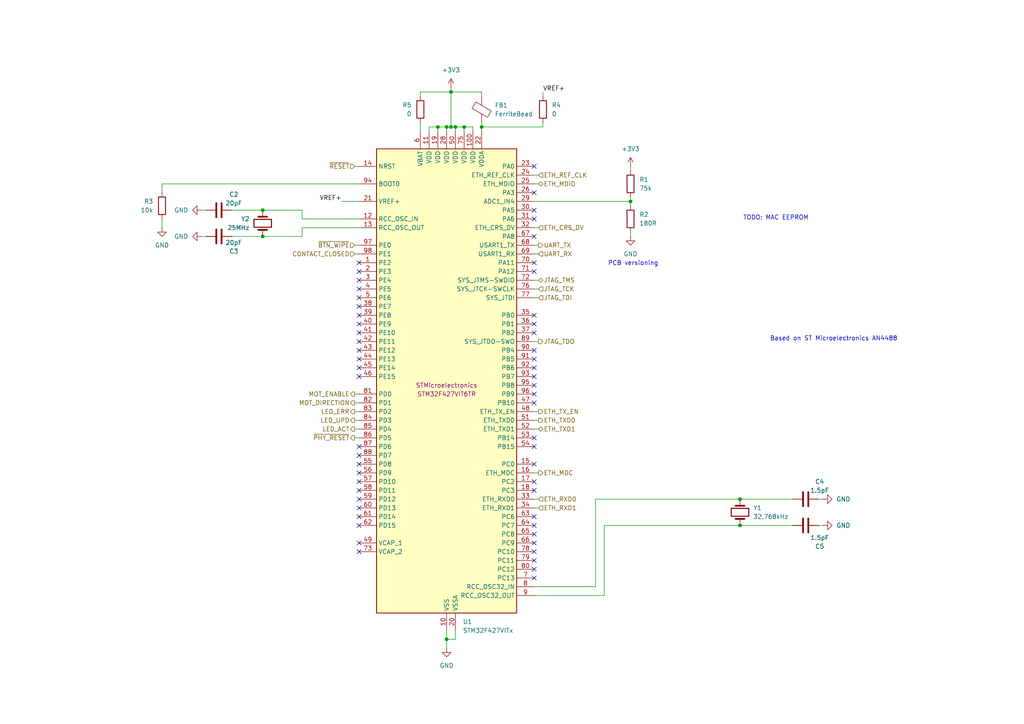
<source format=kicad_sch>
(kicad_sch (version 20250114) (generator "eeschema") (generator_version "9.0")
  (paper "A4")
  (title_block (title "iot-contact"))
  (lib_symbols
    (symbol "Device:C" (pin_numbers (hide yes)) (pin_names (offset 0.254))
      (property "Reference" "C" (at 0.635 2.54 0))
      (property "Value" "C" (at 0.635 -2.54 0))
      (symbol "C_0_1"
        (polyline (pts (xy -2.032 0.762) (xy 2.032 0.762)) (stroke (width 0.508)))
        (polyline (pts (xy -2.032 -0.762) (xy 2.032 -0.762)) (stroke (width 0.508)))
      )
      (symbol "C_1_1"
        (pin passive line (at 0 3.81 270) (length 2.794) (name "~") (number "1"))
        (pin passive line (at 0 -3.81 90) (length 2.794) (name "~") (number "2"))
      )
    )
    (symbol "Device:Crystal" (pin_numbers (hide yes)) (pin_names (offset 1.016) (hide yes))
      (property "Reference" "Y" (at 0 3.81 0))
      (property "Value" "Crystal" (at 0 -3.81 0))
      (symbol "Crystal_0_1"
        (polyline (pts (xy -2.54 0) (xy -1.905 0)))
        (polyline (pts (xy -1.905 -1.27) (xy -1.905 1.27)) (stroke (width 0.508)))
        (rectangle (start -1.143 2.54) (end 1.143 -2.54) (stroke (width 0.3048)))
        (polyline (pts (xy 1.905 -1.27) (xy 1.905 1.27)) (stroke (width 0.508)))
        (polyline (pts (xy 2.54 0) (xy 1.905 0)))
      )
      (symbol "Crystal_1_1"
        (pin passive line (at -3.81 0 0) (length 1.27) (name "1") (number "1"))
        (pin passive line (at 3.81 0 180) (length 1.27) (name "2") (number "2"))
      )
    )
    (symbol "Device:FerriteBead" (pin_numbers (hide yes)) (pin_names (offset 0))
      (property "Reference" "FB" (at -3.81 0.635 90))
      (property "Value" "FerriteBead" (at 3.81 0 90))
      (symbol "FerriteBead_0_1"
        (polyline (pts (xy -2.7686 0.4064) (xy -1.7018 2.2606) (xy 2.7686 -0.3048) (xy 1.6764 -2.159) (xy -2.7686 0.4064)))
        (polyline (pts (xy 0 1.27) (xy 0 1.2954)))
        (polyline (pts (xy 0 -1.27) (xy 0 -1.2192)))
      )
      (symbol "FerriteBead_1_1"
        (pin passive line (at 0 3.81 270) (length 2.54) (name "~") (number "1"))
        (pin passive line (at 0 -3.81 90) (length 2.54) (name "~") (number "2"))
      )
    )
    (symbol "Device:R" (pin_numbers (hide yes)) (pin_names (offset 0))
      (property "Reference" "R" (at 2.032 0 90))
      (property "Value" "R" (at 0 0 90))
      (symbol "R_0_1"
        (rectangle (start -1.016 -2.54) (end 1.016 2.54) (stroke (width 0.254)))
      )
      (symbol "R_1_1"
        (pin passive line (at 0 3.81 270) (length 1.27) (name "~") (number "1"))
        (pin passive line (at 0 -3.81 90) (length 1.27) (name "~") (number "2"))
      )
    )
    (symbol "MCU_ST_STM32F4:STM32F427VITx"
      (property "Reference" "U" (at -20.32 69.85 0))
      (property "Value" "STM32F427VITx" (at 12.7 69.85 0))
      (symbol "STM32F427VITx_0_1"
        (rectangle (start -20.32 -66.04) (end 20.32 68.58) (stroke (width 0.254)) (fill (type background)))
      )
      (symbol "STM32F427VITx_1_1"
        (pin input line (at -25.4 63.5 0) (length 5.08) (name "NRST") (number "14"))
        (pin input line (at -25.4 58.42 0) (length 5.08) (name "BOOT0") (number "94"))
        (pin input line (at -25.4 53.34 0) (length 5.08) (name "VREF+") (number "21"))
        (pin bidirectional line (at -25.4 48.26 0) (length 5.08) (name "PH0") (number "12") (alternate "RCC_OSC_IN" bidirectional line))
        (pin bidirectional line (at -25.4 45.72 0) (length 5.08) (name "PH1") (number "13") (alternate "RCC_OSC_OUT" bidirectional line))
        (pin bidirectional line (at -25.4 40.64 0) (length 5.08) (name "PE0") (number "97"))
        (pin bidirectional line (at -25.4 38.1 0) (length 5.08) (name "PE1") (number "98"))
        (pin bidirectional line (at -25.4 35.56 0) (length 5.08) (name "PE2") (number "1"))
        (pin bidirectional line (at -25.4 33.02 0) (length 5.08) (name "PE3") (number "2"))
        (pin bidirectional line (at -25.4 30.48 0) (length 5.08) (name "PE4") (number "3"))
        (pin bidirectional line (at -25.4 27.94 0) (length 5.08) (name "PE5") (number "4"))
        (pin bidirectional line (at -25.4 25.4 0) (length 5.08) (name "PE6") (number "5"))
        (pin bidirectional line (at -25.4 22.86 0) (length 5.08) (name "PE7") (number "38"))
        (pin bidirectional line (at -25.4 20.32 0) (length 5.08) (name "PE8") (number "39"))
        (pin bidirectional line (at -25.4 17.78 0) (length 5.08) (name "PE9") (number "40"))
        (pin bidirectional line (at -25.4 15.24 0) (length 5.08) (name "PE10") (number "41"))
        (pin bidirectional line (at -25.4 12.7 0) (length 5.08) (name "PE11") (number "42"))
        (pin bidirectional line (at -25.4 10.16 0) (length 5.08) (name "PE12") (number "43"))
        (pin bidirectional line (at -25.4 7.62 0) (length 5.08) (name "PE13") (number "44"))
        (pin bidirectional line (at -25.4 5.08 0) (length 5.08) (name "PE14") (number "45"))
        (pin bidirectional line (at -25.4 2.54 0) (length 5.08) (name "PE15") (number "46"))
        (pin bidirectional line (at -25.4 -2.54 0) (length 5.08) (name "PD0") (number "81"))
        (pin bidirectional line (at -25.4 -5.08 0) (length 5.08) (name "PD1") (number "82"))
        (pin bidirectional line (at -25.4 -7.62 0) (length 5.08) (name "PD2") (number "83"))
        (pin bidirectional line (at -25.4 -10.16 0) (length 5.08) (name "PD3") (number "84"))
        (pin bidirectional line (at -25.4 -12.7 0) (length 5.08) (name "PD4") (number "85"))
        (pin bidirectional line (at -25.4 -15.24 0) (length 5.08) (name "PD5") (number "86"))
        (pin bidirectional line (at -25.4 -17.78 0) (length 5.08) (name "PD6") (number "87"))
        (pin bidirectional line (at -25.4 -20.32 0) (length 5.08) (name "PD7") (number "88"))
        (pin bidirectional line (at -25.4 -22.86 0) (length 5.08) (name "PD8") (number "55"))
        (pin bidirectional line (at -25.4 -25.4 0) (length 5.08) (name "PD9") (number "56"))
        (pin bidirectional line (at -25.4 -27.94 0) (length 5.08) (name "PD10") (number "57"))
        (pin bidirectional line (at -25.4 -30.48 0) (length 5.08) (name "PD11") (number "58"))
        (pin bidirectional line (at -25.4 -33.02 0) (length 5.08) (name "PD12") (number "59"))
        (pin bidirectional line (at -25.4 -35.56 0) (length 5.08) (name "PD13") (number "60"))
        (pin bidirectional line (at -25.4 -38.1 0) (length 5.08) (name "PD14") (number "61"))
        (pin bidirectional line (at -25.4 -40.64 0) (length 5.08) (name "PD15") (number "62"))
        (pin power_out line (at -25.4 -45.72 0) (length 5.08) (name "VCAP_1") (number "49"))
        (pin power_out line (at -25.4 -48.26 0) (length 5.08) (name "VCAP_2") (number "73"))
        (pin power_in line (at -7.62 73.66 270) (length 5.08) (name "VBAT") (number "6"))
        (pin power_in line (at -5.08 73.66 270) (length 5.08) (name "VDD") (number "11"))
        (pin power_in line (at -2.54 73.66 270) (length 5.08) (name "VDD") (number "19"))
        (pin power_in line (at 0 73.66 270) (length 5.08) (name "VDD") (number "28"))
        (pin power_in line (at 0 -71.12 90) (length 5.08) (name "VSS") (number "10"))
        (pin passive line (at 0 -71.12 90) (length 5.08) (hide yes) (name "VSS") (number "27"))
        (pin passive line (at 0 -71.12 90) (length 5.08) (hide yes) (name "VSS") (number "74"))
        (pin passive line (at 0 -71.12 90) (length 5.08) (hide yes) (name "VSS") (number "99"))
        (pin power_in line (at 2.54 73.66 270) (length 5.08) (name "VDD") (number "50"))
        (pin power_in line (at 2.54 -71.12 90) (length 5.08) (name "VSSA") (number "20"))
        (pin power_in line (at 5.08 73.66 270) (length 5.08) (name "VDD") (number "75"))
        (pin power_in line (at 7.62 73.66 270) (length 5.08) (name "VDD") (number "100"))
        (pin power_in line (at 10.16 73.66 270) (length 5.08) (name "VDDA") (number "22"))
        (pin bidirectional line (at 25.4 63.5 180) (length 5.08) (name "PA0") (number "23"))
        (pin bidirectional line (at 25.4 60.96 180) (length 5.08) (name "PA1") (number "24") (alternate "ETH_REF_CLK" bidirectional line))
        (pin bidirectional line (at 25.4 58.42 180) (length 5.08) (name "PA2") (number "25") (alternate "ETH_MDIO" bidirectional line))
        (pin bidirectional line (at 25.4 55.88 180) (length 5.08) (name "PA3") (number "26"))
        (pin bidirectional line (at 25.4 53.34 180) (length 5.08) (name "PA4") (number "29") (alternate "ADC1_IN4" bidirectional line))
        (pin bidirectional line (at 25.4 50.8 180) (length 5.08) (name "PA5") (number "30"))
        (pin bidirectional line (at 25.4 48.26 180) (length 5.08) (name "PA6") (number "31"))
        (pin bidirectional line (at 25.4 45.72 180) (length 5.08) (name "PA7") (number "32") (alternate "ETH_CRS_DV" bidirectional line))
        (pin bidirectional line (at 25.4 43.18 180) (length 5.08) (name "PA8") (number "67"))
        (pin bidirectional line (at 25.4 40.64 180) (length 5.08) (name "PA9") (number "68") (alternate "USART1_TX" bidirectional line))
        (pin bidirectional line (at 25.4 38.1 180) (length 5.08) (name "PA10") (number "69") (alternate "USART1_RX" bidirectional line))
        (pin bidirectional line (at 25.4 35.56 180) (length 5.08) (name "PA11") (number "70"))
        (pin bidirectional line (at 25.4 33.02 180) (length 5.08) (name "PA12") (number "71"))
        (pin bidirectional line (at 25.4 30.48 180) (length 5.08) (name "PA13") (number "72") (alternate "SYS_JTMS-SWDIO" bidirectional line))
        (pin bidirectional line (at 25.4 27.94 180) (length 5.08) (name "PA14") (number "76") (alternate "SYS_JTCK-SWCLK" bidirectional line))
        (pin bidirectional line (at 25.4 25.4 180) (length 5.08) (name "PA15") (number "77") (alternate "SYS_JTDI" bidirectional line))
        (pin bidirectional line (at 25.4 20.32 180) (length 5.08) (name "PB0") (number "35"))
        (pin bidirectional line (at 25.4 17.78 180) (length 5.08) (name "PB1") (number "36"))
        (pin bidirectional line (at 25.4 15.24 180) (length 5.08) (name "PB2") (number "37"))
        (pin bidirectional line (at 25.4 12.7 180) (length 5.08) (name "PB3") (number "89") (alternate "SYS_JTDO-SWO" bidirectional line))
        (pin bidirectional line (at 25.4 10.16 180) (length 5.08) (name "PB4") (number "90"))
        (pin bidirectional line (at 25.4 7.62 180) (length 5.08) (name "PB5") (number "91"))
        (pin bidirectional line (at 25.4 5.08 180) (length 5.08) (name "PB6") (number "92") (alternate "USART1_TX" bidirectional line))
        (pin bidirectional line (at 25.4 2.54 180) (length 5.08) (name "PB7") (number "93") (alternate "USART1_RX" bidirectional line))
        (pin bidirectional line (at 25.4 0 180) (length 5.08) (name "PB8") (number "95"))
        (pin bidirectional line (at 25.4 -2.54 180) (length 5.08) (name "PB9") (number "96"))
        (pin bidirectional line (at 25.4 -5.08 180) (length 5.08) (name "PB10") (number "47"))
        (pin bidirectional line (at 25.4 -7.62 180) (length 5.08) (name "PB11") (number "48") (alternate "ETH_TX_EN" bidirectional line))
        (pin bidirectional line (at 25.4 -10.16 180) (length 5.08) (name "PB12") (number "51") (alternate "ETH_TXD0" bidirectional line))
        (pin bidirectional line (at 25.4 -12.7 180) (length 5.08) (name "PB13") (number "52") (alternate "ETH_TXD1" bidirectional line))
        (pin bidirectional line (at 25.4 -15.24 180) (length 5.08) (name "PB14") (number "53"))
        (pin bidirectional line (at 25.4 -17.78 180) (length 5.08) (name "PB15") (number "54"))
        (pin bidirectional line (at 25.4 -22.86 180) (length 5.08) (name "PC0") (number "15"))
        (pin bidirectional line (at 25.4 -25.4 180) (length 5.08) (name "PC1") (number "16") (alternate "ETH_MDC" bidirectional line))
        (pin bidirectional line (at 25.4 -27.94 180) (length 5.08) (name "PC2") (number "17"))
        (pin bidirectional line (at 25.4 -30.48 180) (length 5.08) (name "PC3") (number "18"))
        (pin bidirectional line (at 25.4 -33.02 180) (length 5.08) (name "PC4") (number "33") (alternate "ETH_RXD0" bidirectional line))
        (pin bidirectional line (at 25.4 -35.56 180) (length 5.08) (name "PC5") (number "34") (alternate "ETH_RXD1" bidirectional line))
        (pin bidirectional line (at 25.4 -38.1 180) (length 5.08) (name "PC6") (number "63"))
        (pin bidirectional line (at 25.4 -40.64 180) (length 5.08) (name "PC7") (number "64"))
        (pin bidirectional line (at 25.4 -43.18 180) (length 5.08) (name "PC8") (number "65"))
        (pin bidirectional line (at 25.4 -45.72 180) (length 5.08) (name "PC9") (number "66"))
        (pin bidirectional line (at 25.4 -48.26 180) (length 5.08) (name "PC10") (number "78"))
        (pin bidirectional line (at 25.4 -50.8 180) (length 5.08) (name "PC11") (number "79"))
        (pin bidirectional line (at 25.4 -53.34 180) (length 5.08) (name "PC12") (number "80"))
        (pin bidirectional line (at 25.4 -55.88 180) (length 5.08) (name "PC13") (number "7"))
        (pin bidirectional line (at 25.4 -58.42 180) (length 5.08) (name "PC14") (number "8") (alternate "RCC_OSC32_IN" bidirectional line))
        (pin bidirectional line (at 25.4 -60.96 180) (length 5.08) (name "PC15") (number "9") (alternate "RCC_OSC32_OUT" bidirectional line))
      )
    )
    (symbol "power:+3V3" (power) (pin_numbers (hide yes)) (pin_names (offset 0) (hide yes))
      (property "Value" "+3V3" (at 0 3.556 0))
      (symbol "+3V3_0_1"
        (polyline (pts (xy -0.762 1.27) (xy 0 2.54)))
        (polyline (pts (xy 0 2.54) (xy 0.762 1.27)))
        (polyline (pts (xy 0 0) (xy 0 2.54)))
      )
      (symbol "+3V3_1_1"
        (pin power_in line (at 0 0 90) (length 0) (name "~") (number "1"))
      )
    )
    (symbol "power:GND" (power) (pin_numbers (hide yes)) (pin_names (offset 0) (hide yes))
      (property "Value" "GND" (at 0 -3.81 0))
      (symbol "GND_0_1"
        (polyline (pts (xy 0 0) (xy 0 -1.27) (xy 1.27 -1.27) (xy 0 -2.54) (xy -1.27 -1.27) (xy 0 -1.27)))
      )
      (symbol "GND_1_1"
        (pin power_in line (at 0 0 270) (length 0) (name "~") (number "1"))
      )
    )
  )
  (text "PCB versioning" (at 183.642 76.454 0) (effects (font (size 1.27 1.27))))
  (text "Based on ST Microelectronics AN4488" (at 241.808 98.298 0) (effects (font (size 1.27 1.27))))
  (text "TODO: MAC EEPROM" (at 225.044 63.246 0) (effects (font (size 1.27 1.27))))
  (junction (at 130.81 26.67))
  (junction (at 129.54 185.42))
  (junction (at 132.08 36.83))
  (junction (at 76.2 68.58))
  (junction (at 214.63 144.78))
  (junction (at 139.7 36.83))
  (junction (at 214.63 152.4))
  (junction (at 129.54 36.83))
  (junction (at 130.81 36.83))
  (junction (at 182.88 58.42))
  (junction (at 127 36.83))
  (junction (at 134.62 36.83))
  (junction (at 76.2 60.96))
  (no_connect (at 154.94 149.86))
  (no_connect (at 104.14 88.9))
  (no_connect (at 104.14 152.4))
  (no_connect (at 154.94 114.3))
  (no_connect (at 154.94 109.22))
  (no_connect (at 154.94 142.24))
  (no_connect (at 104.14 160.02))
  (no_connect (at 154.94 167.64))
  (no_connect (at 104.14 149.86))
  (no_connect (at 104.14 132.08))
  (no_connect (at 104.14 142.24))
  (no_connect (at 154.94 139.7))
  (no_connect (at 154.94 127))
  (no_connect (at 104.14 101.6))
  (no_connect (at 154.94 76.2))
  (no_connect (at 154.94 96.52))
  (no_connect (at 104.14 91.44))
  (no_connect (at 154.94 129.54))
  (no_connect (at 104.14 144.78))
  (no_connect (at 154.94 55.88))
  (no_connect (at 104.14 137.16))
  (no_connect (at 104.14 81.28))
  (no_connect (at 104.14 139.7))
  (no_connect (at 104.14 109.22))
  (no_connect (at 154.94 78.74))
  (no_connect (at 154.94 91.44))
  (no_connect (at 104.14 134.62))
  (no_connect (at 154.94 134.62))
  (no_connect (at 104.14 76.2))
  (no_connect (at 104.14 157.48))
  (no_connect (at 154.94 106.68))
  (no_connect (at 154.94 162.56))
  (no_connect (at 104.14 93.98))
  (no_connect (at 154.94 157.48))
  (no_connect (at 154.94 93.98))
  (no_connect (at 154.94 60.96))
  (no_connect (at 154.94 104.14))
  (no_connect (at 154.94 101.6))
  (no_connect (at 104.14 147.32))
  (no_connect (at 154.94 63.5))
  (no_connect (at 104.14 86.36))
  (no_connect (at 104.14 83.82))
  (no_connect (at 104.14 104.14))
  (no_connect (at 154.94 160.02))
  (no_connect (at 154.94 68.58))
  (no_connect (at 154.94 154.94))
  (no_connect (at 154.94 48.26))
  (no_connect (at 154.94 111.76))
  (no_connect (at 154.94 165.1))
  (no_connect (at 104.14 129.54))
  (no_connect (at 104.14 78.74))
  (no_connect (at 104.14 106.68))
  (no_connect (at 104.14 96.52))
  (no_connect (at 154.94 152.4))
  (no_connect (at 154.94 116.84))
  (no_connect (at 104.14 99.06))
  (wire (pts (xy 134.62 38.1) (xy 134.62 36.83)))
  (wire (pts (xy 154.94 50.8) (xy 156.21 50.8)))
  (wire (pts (xy 46.99 63.5) (xy 46.99 66.04)))
  (wire (pts (xy 154.94 119.38) (xy 156.21 119.38)))
  (wire (pts (xy 127 36.83) (xy 127 38.1)))
  (wire (pts (xy 102.87 127) (xy 104.14 127)))
  (wire (pts (xy 137.16 36.83) (xy 134.62 36.83)))
  (wire (pts (xy 132.08 182.88) (xy 132.08 185.42)))
  (wire (pts (xy 175.26 152.4) (xy 175.26 172.72)))
  (wire (pts (xy 175.26 172.72) (xy 154.94 172.72)))
  (wire (pts (xy 157.48 36.83) (xy 139.7 36.83)))
  (wire (pts (xy 172.72 170.18) (xy 172.72 144.78)))
  (wire (pts (xy 58.42 68.58) (xy 59.69 68.58)))
  (wire (pts (xy 137.16 38.1) (xy 137.16 36.83)))
  (wire (pts (xy 182.88 57.15) (xy 182.88 58.42)))
  (wire (pts (xy 154.94 99.06) (xy 156.21 99.06)))
  (wire (pts (xy 182.88 67.31) (xy 182.88 68.58)))
  (wire (pts (xy 154.94 58.42) (xy 182.88 58.42)))
  (wire (pts (xy 87.63 68.58) (xy 76.2 68.58)))
  (wire (pts (xy 237.49 152.4) (xy 238.76 152.4)))
  (wire (pts (xy 99.06 58.42) (xy 104.14 58.42)))
  (wire (pts (xy 154.94 73.66) (xy 156.21 73.66)))
  (wire (pts (xy 87.63 66.04) (xy 87.63 68.58)))
  (wire (pts (xy 139.7 36.83) (xy 139.7 38.1)))
  (wire (pts (xy 154.94 137.16) (xy 156.21 137.16)))
  (wire (pts (xy 214.63 144.78) (xy 229.87 144.78)))
  (wire (pts (xy 130.81 26.67) (xy 130.81 25.4)))
  (wire (pts (xy 129.54 38.1) (xy 129.54 36.83)))
  (wire (pts (xy 102.87 48.26) (xy 104.14 48.26)))
  (wire (pts (xy 154.94 124.46) (xy 156.21 124.46)))
  (wire (pts (xy 124.46 36.83) (xy 124.46 38.1)))
  (wire (pts (xy 67.31 68.58) (xy 76.2 68.58)))
  (wire (pts (xy 58.42 60.96) (xy 59.69 60.96)))
  (wire (pts (xy 104.14 66.04) (xy 87.63 66.04)))
  (wire (pts (xy 139.7 27.94) (xy 139.7 26.67)))
  (wire (pts (xy 102.87 73.66) (xy 104.14 73.66)))
  (wire (pts (xy 157.48 26.67) (xy 157.48 27.94)))
  (wire (pts (xy 129.54 36.83) (xy 130.81 36.83)))
  (wire (pts (xy 130.81 36.83) (xy 132.08 36.83)))
  (wire (pts (xy 139.7 35.56) (xy 139.7 36.83)))
  (wire (pts (xy 132.08 36.83) (xy 132.08 38.1)))
  (wire (pts (xy 182.88 48.26) (xy 182.88 49.53)))
  (wire (pts (xy 154.94 170.18) (xy 172.72 170.18)))
  (wire (pts (xy 157.48 35.56) (xy 157.48 36.83)))
  (wire (pts (xy 154.94 86.36) (xy 156.21 86.36)))
  (wire (pts (xy 127 36.83) (xy 124.46 36.83)))
  (wire (pts (xy 102.87 121.92) (xy 104.14 121.92)))
  (wire (pts (xy 154.94 81.28) (xy 156.21 81.28)))
  (wire (pts (xy 67.31 60.96) (xy 76.2 60.96)))
  (wire (pts (xy 102.87 124.46) (xy 104.14 124.46)))
  (wire (pts (xy 134.62 36.83) (xy 132.08 36.83)))
  (wire (pts (xy 154.94 144.78) (xy 156.21 144.78)))
  (wire (pts (xy 237.49 144.78) (xy 238.76 144.78)))
  (wire (pts (xy 102.87 114.3) (xy 104.14 114.3)))
  (wire (pts (xy 121.92 27.94) (xy 121.92 26.67)))
  (wire (pts (xy 139.7 26.67) (xy 130.81 26.67)))
  (wire (pts (xy 46.99 55.88) (xy 46.99 53.34)))
  (wire (pts (xy 182.88 58.42) (xy 182.88 59.69)))
  (wire (pts (xy 121.92 26.67) (xy 130.81 26.67)))
  (wire (pts (xy 104.14 63.5) (xy 87.63 63.5)))
  (wire (pts (xy 154.94 147.32) (xy 156.21 147.32)))
  (wire (pts (xy 172.72 144.78) (xy 214.63 144.78)))
  (wire (pts (xy 46.99 53.34) (xy 104.14 53.34)))
  (wire (pts (xy 129.54 185.42) (xy 129.54 187.96)))
  (wire (pts (xy 129.54 182.88) (xy 129.54 185.42)))
  (wire (pts (xy 87.63 63.5) (xy 87.63 60.96)))
  (wire (pts (xy 214.63 152.4) (xy 229.87 152.4)))
  (wire (pts (xy 154.94 66.04) (xy 156.21 66.04)))
  (wire (pts (xy 130.81 36.83) (xy 130.81 26.67)))
  (wire (pts (xy 154.94 83.82) (xy 156.21 83.82)))
  (wire (pts (xy 102.87 71.12) (xy 104.14 71.12)))
  (wire (pts (xy 154.94 121.92) (xy 156.21 121.92)))
  (wire (pts (xy 154.94 71.12) (xy 156.21 71.12)))
  (wire (pts (xy 121.92 35.56) (xy 121.92 38.1)))
  (wire (pts (xy 154.94 53.34) (xy 156.21 53.34)))
  (wire (pts (xy 87.63 60.96) (xy 76.2 60.96)))
  (wire (pts (xy 129.54 36.83) (xy 127 36.83)))
  (wire (pts (xy 214.63 152.4) (xy 175.26 152.4)))
  (wire (pts (xy 102.87 116.84) (xy 104.14 116.84)))
  (wire (pts (xy 132.08 185.42) (xy 129.54 185.42)))
  (wire (pts (xy 102.87 119.38) (xy 104.14 119.38)))
  (label "VREF+" (at 157.48 26.67 0))
  (label "VREF+" (at 99.06 58.42 180))
  (hierarchical_label "~{RESET}" (shape input) (at 102.87 48.26 180))
  (hierarchical_label "ETH_REF_CLK" (shape input) (at 156.21 50.8 0))
  (hierarchical_label "MOT_ENABLE" (shape output) (at 102.87 114.3 180))
  (hierarchical_label "UART_TX" (shape output) (at 156.21 71.12 0))
  (hierarchical_label "ETH_TXD1" (shape bidirectional) (at 156.21 124.46 0))
  (hierarchical_label "LED_UPD" (shape output) (at 102.87 121.92 180))
  (hierarchical_label "JTAG_TMS" (shape bidirectional) (at 156.21 81.28 0))
  (hierarchical_label "~{BTN_WIPE}" (shape input) (at 102.87 71.12 180))
  (hierarchical_label "JTAG_TDI" (shape input) (at 156.21 86.36 0))
  (hierarchical_label "LED_ACT" (shape output) (at 102.87 124.46 180))
  (hierarchical_label "MOT_DIRECTION" (shape output) (at 102.87 116.84 180))
  (hierarchical_label "ETH_RXD1" (shape input) (at 156.21 147.32 0))
  (hierarchical_label "JTAG_TCK" (shape input) (at 156.21 83.82 0))
  (hierarchical_label "ETH_CRS_DV" (shape input) (at 156.21 66.04 0))
  (hierarchical_label "ETH_TXD0" (shape output) (at 156.21 121.92 0))
  (hierarchical_label "ETH_TX_EN" (shape output) (at 156.21 119.38 0))
  (hierarchical_label "ETH_RXD0" (shape input) (at 156.21 144.78 0))
  (hierarchical_label "JTAG_TDO" (shape output) (at 156.21 99.06 0))
  (hierarchical_label "ETH_MDIO" (shape bidirectional) (at 156.21 53.34 0))
  (hierarchical_label "LED_ERR" (shape output) (at 102.87 119.38 180))
  (hierarchical_label "~{PHY_RESET}" (shape output) (at 102.87 127 180))
  (hierarchical_label "UART_RX" (shape input) (at 156.21 73.66 0))
  (hierarchical_label "ETH_MDC" (shape output) (at 156.21 137.16 0))
  (hierarchical_label "CONTACT_CLOSED" (shape input) (at 102.87 73.66 180))
  (symbol (lib_id "Device:C") (at 63.5 60.96 90) (unit 1)
    (property "Reference" "C2" (at 67.818 56.388 90))
    (property "Value" "20pF" (at 67.818 58.928 90))
    (property "Description" "Unpolarized capacitor" (effects (hide yes)))
  )
  (symbol (lib_id "Device:R") (at 182.88 63.5 0) (unit 1)
    (property "Reference" "R2" (at 185.42 62.2299 0) (effects (justify left)))
    (property "Value" "180R" (at 185.42 64.7699 0) (effects (justify left)))
    (property "Description" "Resistor" (effects (hide yes)))
  )
  (symbol (lib_id "Device:R") (at 46.99 59.69 0) (mirror y) (unit 1)
    (property "Reference" "R3" (at 44.45 58.4199 0) (effects (justify left)))
    (property "Value" "10k" (at 44.45 60.9599 0) (effects (justify left)))
    (property "Description" "Resistor" (effects (hide yes)))
  )
  (symbol (lib_id "power:GND") (at 58.42 68.58 270) (unit 1)
    (property "Reference" "#PWR016" (effects (hide yes)))
    (property "Value" "GND" (at 54.61 68.5799 90) (effects (justify right)))
    (property "Description" "Power symbol creates a global label with name \"GND\" , ground" (effects (hide yes)))
  )
  (symbol (lib_id "Device:R") (at 182.88 53.34 0) (unit 1)
    (property "Reference" "R1" (at 185.42 52.0699 0) (effects (justify left)))
    (property "Value" "75k" (at 185.42 54.6099 0) (effects (justify left)))
    (property "Description" "Resistor" (effects (hide yes)))
  )
  (symbol (lib_id "power:+3V3") (at 130.81 25.4 0) (unit 1)
    (property "Reference" "#PWR012" (effects (hide yes)))
    (property "Value" "+3V3" (at 130.81 20.32 0))
    (property "Description" "Power symbol creates a global label with name \"+3V3\"" (effects (hide yes)))
  )
  (symbol (lib_id "MCU_ST_STM32F4:STM32F427VITx") (at 129.54 111.76 0) (unit 1)
    (property "Reference" "U1" (at 134.2233 180.34 0) (effects (justify left)))
    (property "Value" "STM32F427VITx" (at 134.2233 182.88 0) (effects (justify left)))
    (property "Footprint" "Package_QFP:LQFP-100_14x14mm_P0.5mm" (effects (hide yes)))
    (property "Datasheet" "https://www.st.com/resource/en/datasheet/stm32f427vi.pdf" (effects (hide yes)))
    (property "Description" "STMicroelectronics Arm Cortex-M4 MCU, 2048KB flash, 256KB RAM, 180 MHz, 1.8-3.6V, 82 GPIO, LQFP100" (effects (hide yes)))
    (property "MPN" "STM32F427VIT6TR" (at 129.54 114.3 0))
    (property "Manufacturer" "STMicroelectronics" (at 129.54 111.76 0))
    (pin "48" (alternate "ETH_TX_EN"))
    (pin "9" (alternate "RCC_OSC32_OUT"))
    (pin "8" (alternate "RCC_OSC32_IN"))
    (pin "76" (alternate "SYS_JTCK-SWCLK"))
    (pin "32" (alternate "ETH_CRS_DV"))
    (pin "77" (alternate "SYS_JTDI"))
    (pin "68" (alternate "USART1_TX"))
    (pin "72" (alternate "SYS_JTMS-SWDIO"))
    (pin "69" (alternate "USART1_RX"))
    (pin "33" (alternate "ETH_RXD0"))
    (pin "12" (alternate "RCC_OSC_IN"))
    (pin "13" (alternate "RCC_OSC_OUT"))
    (pin "52" (alternate "ETH_TXD1"))
    (pin "51" (alternate "ETH_TXD0"))
    (pin "89" (alternate "SYS_JTDO-SWO"))
    (pin "25" (alternate "ETH_MDIO"))
    (pin "24" (alternate "ETH_REF_CLK"))
    (pin "34" (alternate "ETH_RXD1"))
    (pin "29" (alternate "ADC1_IN4"))
    (pin "16" (alternate "ETH_MDC"))
  )
  (symbol (lib_id "Device:C") (at 233.68 144.78 90) (unit 1)
    (property "Reference" "C4" (at 237.744 139.7 90))
    (property "Value" "1.5pF" (at 237.744 142.24 90))
    (property "Description" "Unpolarized capacitor" (effects (hide yes)))
  )
  (symbol (lib_id "power:GND") (at 58.42 60.96 270) (unit 1)
    (property "Reference" "#PWR015" (effects (hide yes)))
    (property "Value" "GND" (at 54.61 60.9599 90) (effects (justify right)))
    (property "Description" "Power symbol creates a global label with name \"GND\" , ground" (effects (hide yes)))
  )
  (symbol (lib_id "Device:Crystal") (at 214.63 148.59 90) (unit 1)
    (property "Reference" "Y1" (at 218.44 147.3199 90) (effects (justify right)))
    (property "Value" "32.768kHz" (at 218.44 149.8599 90) (effects (justify right)))
    (property "Description" "Two pin crystal" (effects (hide yes)))
  )
  (symbol (lib_id "power:GND") (at 46.99 66.04 0) (unit 1)
    (property "Reference" "#PWR014" (effects (hide yes)))
    (property "Value" "GND" (at 46.99 71.12 0))
    (property "Description" "Power symbol creates a global label with name \"GND\" , ground" (effects (hide yes)))
  )
  (symbol (lib_id "Device:R") (at 121.92 31.75 0) (mirror y) (unit 1)
    (property "Reference" "R5" (at 119.38 30.4799 0) (effects (justify left)))
    (property "Value" "0" (at 119.38 33.0199 0) (effects (justify left)))
    (property "Description" "Resistor" (effects (hide yes)))
  )
  (symbol (lib_id "power:+3V3") (at 182.88 48.26 0) (unit 1)
    (property "Reference" "#PWR09" (effects (hide yes)))
    (property "Value" "+3V3" (at 182.88 43.18 0))
    (property "Description" "Power symbol creates a global label with name \"+3V3\"" (effects (hide yes)))
  )
  (symbol (lib_id "Device:C") (at 233.68 152.4 90) (mirror x) (unit 1)
    (property "Reference" "C5" (at 237.744 158.496 90))
    (property "Value" "1.5pF" (at 237.744 155.956 90))
    (property "Description" "Unpolarized capacitor" (effects (hide yes)))
  )
  (symbol (lib_id "Device:C") (at 63.5 68.58 90) (mirror x) (unit 1)
    (property "Reference" "C3" (at 67.818 72.898 90))
    (property "Value" "20pF" (at 67.818 70.358 90))
    (property "Description" "Unpolarized capacitor" (effects (hide yes)))
  )
  (symbol (lib_id "Device:FerriteBead") (at 139.7 31.75 180) (unit 1)
    (property "Reference" "FB1" (at 143.51 30.5307 0) (effects (justify right)))
    (property "Value" "FerriteBead" (at 143.51 33.0707 0) (effects (justify right)))
    (property "Description" "Ferrite bead" (effects (hide yes)))
  )
  (symbol (lib_id "Device:Crystal") (at 76.2 64.77 270) (mirror x) (unit 1)
    (property "Reference" "Y2" (at 72.39 63.4999 90) (effects (justify right)))
    (property "Value" "25MHz" (at 72.39 66.0399 90) (effects (justify right)))
    (property "Description" "Two pin crystal" (effects (hide yes)))
  )
  (symbol (lib_id "power:GND") (at 182.88 68.58 0) (unit 1)
    (property "Reference" "#PWR010" (effects (hide yes)))
    (property "Value" "GND" (at 182.88 73.66 0))
    (property "Description" "Power symbol creates a global label with name \"GND\" , ground" (effects (hide yes)))
  )
  (symbol (lib_id "power:GND") (at 238.76 152.4 90) (unit 1)
    (property "Reference" "#PWR017" (effects (hide yes)))
    (property "Value" "GND" (at 242.57 152.3999 90) (effects (justify right)))
    (property "Description" "Power symbol creates a global label with name \"GND\" , ground" (effects (hide yes)))
  )
  (symbol (lib_id "power:GND") (at 129.54 187.96 0) (unit 1)
    (property "Reference" "#PWR011" (effects (hide yes)))
    (property "Value" "GND" (at 129.54 193.04 0))
    (property "Description" "Power symbol creates a global label with name \"GND\" , ground" (effects (hide yes)))
  )
  (symbol (lib_id "power:GND") (at 238.76 144.78 90) (unit 1)
    (property "Reference" "#PWR018" (effects (hide yes)))
    (property "Value" "GND" (at 242.57 144.7799 90) (effects (justify right)))
    (property "Description" "Power symbol creates a global label with name \"GND\" , ground" (effects (hide yes)))
  )
  (symbol (lib_id "Device:R") (at 157.48 31.75 0) (unit 1)
    (property "Reference" "R4" (at 160.02 30.4799 0) (effects (justify left)))
    (property "Value" "0" (at 160.02 33.0199 0) (effects (justify left)))
    (property "Description" "Resistor" (effects (hide yes)))
  )
)
</source>
